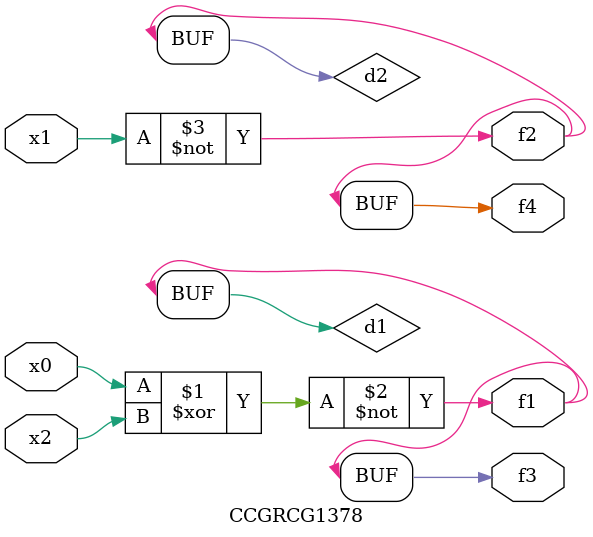
<source format=v>
module CCGRCG1378(
	input x0, x1, x2,
	output f1, f2, f3, f4
);

	wire d1, d2, d3;

	xnor (d1, x0, x2);
	nand (d2, x1);
	nor (d3, x1, x2);
	assign f1 = d1;
	assign f2 = d2;
	assign f3 = d1;
	assign f4 = d2;
endmodule

</source>
